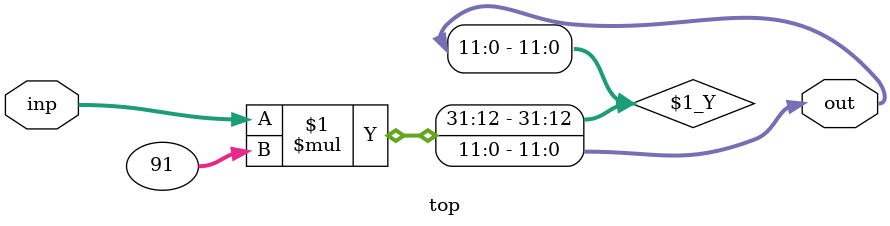
<source format=v>
module top(inp, out);
parameter width=6;
parameter outwidth=width*2;
parameter constant=91;

input signed [width-1:0] inp;
output signed [outwidth-1:0] out;

assign out = inp * constant;

endmodule
</source>
